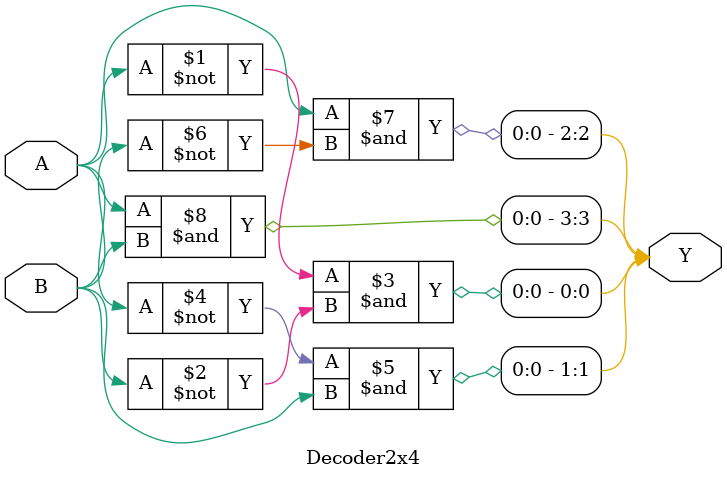
<source format=v>
module Decoder2x4 (
    input A,
    input B,
    output [3:0] Y
);

assign Y[0] = (~A) & (~B);
assign Y[1] = (~A) & B;
assign Y[2] = A & (~B);
assign Y[3] = A & B;

endmodule

</source>
